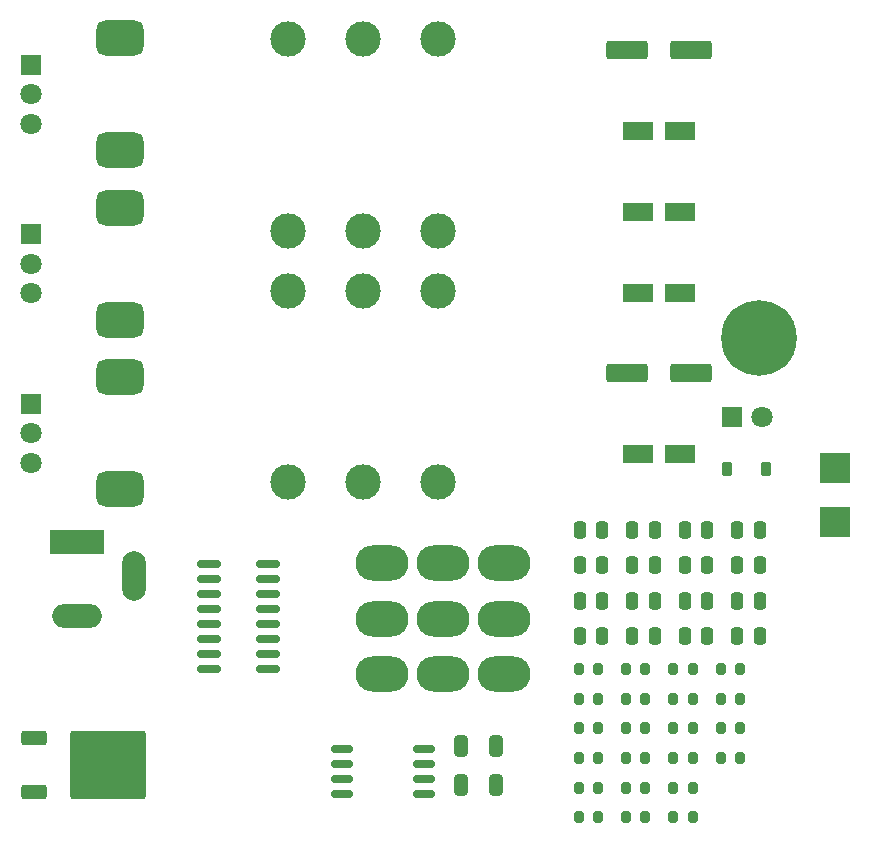
<source format=gbr>
%TF.GenerationSoftware,KiCad,Pcbnew,9.0.2*%
%TF.CreationDate,2025-06-30T18:01:48+12:00*%
%TF.ProjectId,Delay,44656c61-792e-46b6-9963-61645f706362,rev?*%
%TF.SameCoordinates,Original*%
%TF.FileFunction,Soldermask,Top*%
%TF.FilePolarity,Negative*%
%FSLAX46Y46*%
G04 Gerber Fmt 4.6, Leading zero omitted, Abs format (unit mm)*
G04 Created by KiCad (PCBNEW 9.0.2) date 2025-06-30 18:01:48*
%MOMM*%
%LPD*%
G01*
G04 APERTURE LIST*
G04 Aperture macros list*
%AMRoundRect*
0 Rectangle with rounded corners*
0 $1 Rounding radius*
0 $2 $3 $4 $5 $6 $7 $8 $9 X,Y pos of 4 corners*
0 Add a 4 corners polygon primitive as box body*
4,1,4,$2,$3,$4,$5,$6,$7,$8,$9,$2,$3,0*
0 Add four circle primitives for the rounded corners*
1,1,$1+$1,$2,$3*
1,1,$1+$1,$4,$5*
1,1,$1+$1,$6,$7*
1,1,$1+$1,$8,$9*
0 Add four rect primitives between the rounded corners*
20,1,$1+$1,$2,$3,$4,$5,0*
20,1,$1+$1,$4,$5,$6,$7,0*
20,1,$1+$1,$6,$7,$8,$9,0*
20,1,$1+$1,$8,$9,$2,$3,0*%
G04 Aperture macros list end*
%ADD10C,0.800000*%
%ADD11C,6.400000*%
%ADD12RoundRect,0.150000X-0.850000X-0.150000X0.850000X-0.150000X0.850000X0.150000X-0.850000X0.150000X0*%
%ADD13RoundRect,0.250000X-1.050000X-0.550000X1.050000X-0.550000X1.050000X0.550000X-1.050000X0.550000X0*%
%ADD14RoundRect,0.250000X-0.250000X-0.475000X0.250000X-0.475000X0.250000X0.475000X-0.250000X0.475000X0*%
%ADD15RoundRect,0.200000X-0.200000X-0.275000X0.200000X-0.275000X0.200000X0.275000X-0.200000X0.275000X0*%
%ADD16RoundRect,0.250000X-1.500000X-0.550000X1.500000X-0.550000X1.500000X0.550000X-1.500000X0.550000X0*%
%ADD17R,2.500000X2.500000*%
%ADD18RoundRect,0.150000X-0.800000X-0.150000X0.800000X-0.150000X0.800000X0.150000X-0.800000X0.150000X0*%
%ADD19R,4.600000X2.000000*%
%ADD20O,4.200000X2.000000*%
%ADD21O,2.000000X4.200000*%
%ADD22RoundRect,0.250000X-0.325000X-0.650000X0.325000X-0.650000X0.325000X0.650000X-0.325000X0.650000X0*%
%ADD23R,1.800000X1.800000*%
%ADD24C,1.800000*%
%ADD25RoundRect,0.750000X-1.250000X-0.750000X1.250000X-0.750000X1.250000X0.750000X-1.250000X0.750000X0*%
%ADD26C,3.000000*%
%ADD27RoundRect,0.225000X-0.225000X-0.375000X0.225000X-0.375000X0.225000X0.375000X-0.225000X0.375000X0*%
%ADD28O,4.500000X3.000000*%
%ADD29RoundRect,0.250000X-0.850000X-0.350000X0.850000X-0.350000X0.850000X0.350000X-0.850000X0.350000X0*%
%ADD30RoundRect,0.249997X-2.950003X-2.650003X2.950003X-2.650003X2.950003X2.650003X-2.950003X2.650003X0*%
G04 APERTURE END LIST*
D10*
%TO.C,H4*%
X135685000Y-55940000D03*
X136387944Y-54242944D03*
X136387944Y-57637056D03*
X138085000Y-53540000D03*
D11*
X138085000Y-55940000D03*
D10*
X138085000Y-58340000D03*
X139782056Y-54242944D03*
X139782056Y-57637056D03*
X140485000Y-55940000D03*
%TD*%
D12*
%TO.C,U1*%
X91500000Y-75055000D03*
X91500000Y-76325000D03*
X91500000Y-77595000D03*
X91500000Y-78865000D03*
X91500000Y-80135000D03*
X91500000Y-81405000D03*
X91500000Y-82675000D03*
X91500000Y-83945000D03*
X96500000Y-83945000D03*
X96500000Y-82675000D03*
X96500000Y-81405000D03*
X96500000Y-80135000D03*
X96500000Y-78865000D03*
X96500000Y-77595000D03*
X96500000Y-76325000D03*
X96500000Y-75055000D03*
%TD*%
D13*
%TO.C,CF6*%
X127835000Y-65790000D03*
X131435000Y-65790000D03*
%TD*%
D14*
%TO.C,C14*%
X131815000Y-81210000D03*
X133715000Y-81210000D03*
%TD*%
D15*
%TO.C,R5*%
X122820000Y-94010000D03*
X124470000Y-94010000D03*
%TD*%
%TO.C,R16*%
X130840000Y-91500000D03*
X132490000Y-91500000D03*
%TD*%
D14*
%TO.C,C17*%
X136265000Y-78200000D03*
X138165000Y-78200000D03*
%TD*%
D13*
%TO.C,CF2*%
X127835000Y-38390000D03*
X131435000Y-38390000D03*
%TD*%
D15*
%TO.C,R14*%
X130840000Y-86480000D03*
X132490000Y-86480000D03*
%TD*%
%TO.C,R21*%
X134850000Y-88990000D03*
X136500000Y-88990000D03*
%TD*%
D16*
%TO.C,CF5*%
X126935000Y-58940000D03*
X132335000Y-58940000D03*
%TD*%
D15*
%TO.C,R12*%
X126830000Y-96520000D03*
X128480000Y-96520000D03*
%TD*%
D17*
%TO.C,TP2*%
X144500000Y-71500000D03*
%TD*%
D18*
%TO.C,U3*%
X102765000Y-90745000D03*
X102765000Y-92015000D03*
X102765000Y-93285000D03*
X102765000Y-94555000D03*
X109765000Y-94555000D03*
X109765000Y-93285000D03*
X109765000Y-92015000D03*
X109765000Y-90745000D03*
%TD*%
D14*
%TO.C,C13*%
X131815000Y-78200000D03*
X133715000Y-78200000D03*
%TD*%
D17*
%TO.C,TP1*%
X144500000Y-66950000D03*
%TD*%
D19*
%TO.C,J2*%
X80335000Y-73190000D03*
D20*
X80335000Y-79490000D03*
D21*
X85135000Y-76090000D03*
%TD*%
D16*
%TO.C,CF1*%
X126935000Y-31540000D03*
X132335000Y-31540000D03*
%TD*%
D22*
%TO.C,C2*%
X112840000Y-90450000D03*
X115790000Y-90450000D03*
%TD*%
D14*
%TO.C,C16*%
X136265000Y-75190000D03*
X138165000Y-75190000D03*
%TD*%
%TO.C,C9*%
X127365000Y-78200000D03*
X129265000Y-78200000D03*
%TD*%
D15*
%TO.C,R10*%
X126830000Y-91500000D03*
X128480000Y-91500000D03*
%TD*%
%TO.C,R15*%
X130840000Y-88990000D03*
X132490000Y-88990000D03*
%TD*%
D14*
%TO.C,C15*%
X136265000Y-72180000D03*
X138165000Y-72180000D03*
%TD*%
D15*
%TO.C,RC1*%
X134850000Y-91500000D03*
X136500000Y-91500000D03*
%TD*%
D23*
%TO.C,REPEATS1*%
X76485000Y-47140000D03*
D24*
X76485000Y-49640000D03*
X76485000Y-52140000D03*
D25*
X83985000Y-44890000D03*
X83985000Y-54390000D03*
%TD*%
D15*
%TO.C,R19*%
X134850000Y-83970000D03*
X136500000Y-83970000D03*
%TD*%
D22*
%TO.C,C6*%
X112840000Y-93800000D03*
X115790000Y-93800000D03*
%TD*%
D23*
%TO.C,TIME1*%
X76485000Y-61490000D03*
D24*
X76485000Y-63990000D03*
X76485000Y-66490000D03*
D25*
X83985000Y-59240000D03*
X83985000Y-68740000D03*
%TD*%
D14*
%TO.C,C18*%
X136265000Y-81210000D03*
X138165000Y-81210000D03*
%TD*%
D15*
%TO.C,R13*%
X130840000Y-83970000D03*
X132490000Y-83970000D03*
%TD*%
D23*
%TO.C,LEVEL1*%
X76485000Y-32790000D03*
D24*
X76485000Y-35290000D03*
X76485000Y-37790000D03*
D25*
X83985000Y-30540000D03*
X83985000Y-40040000D03*
%TD*%
D13*
%TO.C,CF4*%
X127835000Y-52090000D03*
X131435000Y-52090000D03*
%TD*%
D15*
%TO.C,R6*%
X122820000Y-96520000D03*
X124470000Y-96520000D03*
%TD*%
D26*
%TO.C,J5*%
X104585000Y-51920000D03*
X104585000Y-68150000D03*
X110935000Y-51920000D03*
X110935000Y-68150000D03*
X98235000Y-51920000D03*
X98235000Y-68150000D03*
%TD*%
D14*
%TO.C,C4*%
X122915000Y-78200000D03*
X124815000Y-78200000D03*
%TD*%
D15*
%TO.C,R8*%
X126830000Y-86480000D03*
X128480000Y-86480000D03*
%TD*%
%TO.C,R4*%
X122820000Y-91500000D03*
X124470000Y-91500000D03*
%TD*%
%TO.C,R20*%
X134850000Y-86480000D03*
X136500000Y-86480000D03*
%TD*%
D14*
%TO.C,C3*%
X122915000Y-75190000D03*
X124815000Y-75190000D03*
%TD*%
%TO.C,C12*%
X131815000Y-75190000D03*
X133715000Y-75190000D03*
%TD*%
D13*
%TO.C,CF3*%
X127835000Y-45240000D03*
X131435000Y-45240000D03*
%TD*%
D15*
%TO.C,R7*%
X126830000Y-83970000D03*
X128480000Y-83970000D03*
%TD*%
%TO.C,R11*%
X126830000Y-94010000D03*
X128480000Y-94010000D03*
%TD*%
D14*
%TO.C,C1*%
X122915000Y-72180000D03*
X124815000Y-72180000D03*
%TD*%
%TO.C,C5*%
X122915000Y-81210000D03*
X124815000Y-81210000D03*
%TD*%
%TO.C,C7*%
X127365000Y-72180000D03*
X129265000Y-72180000D03*
%TD*%
%TO.C,C11*%
X131815000Y-72180000D03*
X133715000Y-72180000D03*
%TD*%
D26*
%TO.C,J4*%
X104585000Y-30640000D03*
X104585000Y-46870000D03*
X110935000Y-30640000D03*
X110935000Y-46870000D03*
X98235000Y-30640000D03*
X98235000Y-46870000D03*
%TD*%
D14*
%TO.C,C10*%
X127365000Y-81210000D03*
X129265000Y-81210000D03*
%TD*%
D15*
%TO.C,R1*%
X122820000Y-83970000D03*
X124470000Y-83970000D03*
%TD*%
%TO.C,R17*%
X130840000Y-94010000D03*
X132490000Y-94010000D03*
%TD*%
D27*
%TO.C,D5*%
X135380000Y-67060000D03*
X138680000Y-67060000D03*
%TD*%
D15*
%TO.C,R9*%
X126830000Y-88990000D03*
X128480000Y-88990000D03*
%TD*%
D28*
%TO.C,S1*%
X106140000Y-75025000D03*
X106140000Y-79725000D03*
X106140000Y-84425000D03*
X111340000Y-75025000D03*
X111340000Y-79725000D03*
X111340000Y-84425000D03*
X116540000Y-75025000D03*
X116540000Y-79725000D03*
X116540000Y-84425000D03*
%TD*%
D15*
%TO.C,R2*%
X122820000Y-86480000D03*
X124470000Y-86480000D03*
%TD*%
%TO.C,R18*%
X130840000Y-96520000D03*
X132490000Y-96520000D03*
%TD*%
%TO.C,R3*%
X122820000Y-88990000D03*
X124470000Y-88990000D03*
%TD*%
D29*
%TO.C,U2*%
X76685000Y-89805000D03*
D30*
X82985000Y-92085000D03*
D29*
X76685000Y-94365000D03*
%TD*%
D14*
%TO.C,C8*%
X127365000Y-75190000D03*
X129265000Y-75190000D03*
%TD*%
D23*
%TO.C,D1*%
X135785000Y-62650000D03*
D24*
X138325000Y-62650000D03*
%TD*%
M02*

</source>
